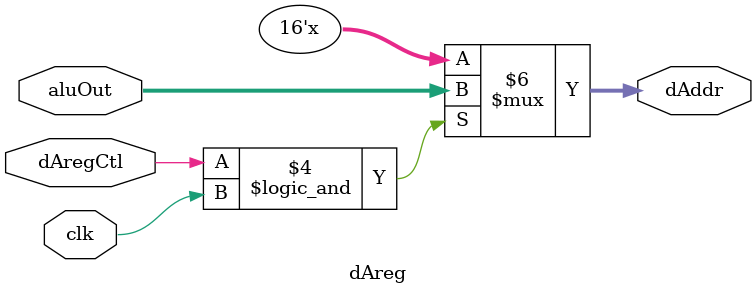
<source format=v>
/*
 * dAreg: data address register
 *
 * Copyright (c) 2001. Integrated Computer Systems Lab., KAIST
 * All rights reserved.
 *
 * Author: Bae Young-Don(donny@ics.kaist.ac.kr)
 * Source: dAreg.v
 * Date: 2001/8/23
 */

module	dAreg (
	clk,
	aluOut,
	dAregCtl,
	dAddr
);
input		clk;
input	[15:0]	aluOut;
input		dAregCtl;
output	[15:0]	dAddr;

reg	[15:0]	dAddr;

always@(clk or dAregCtl or aluOut)
begin
	if(dAregCtl == 1'b1 && clk == 1'b1) // transparent latch
		dAddr = aluOut;
end

endmodule

</source>
